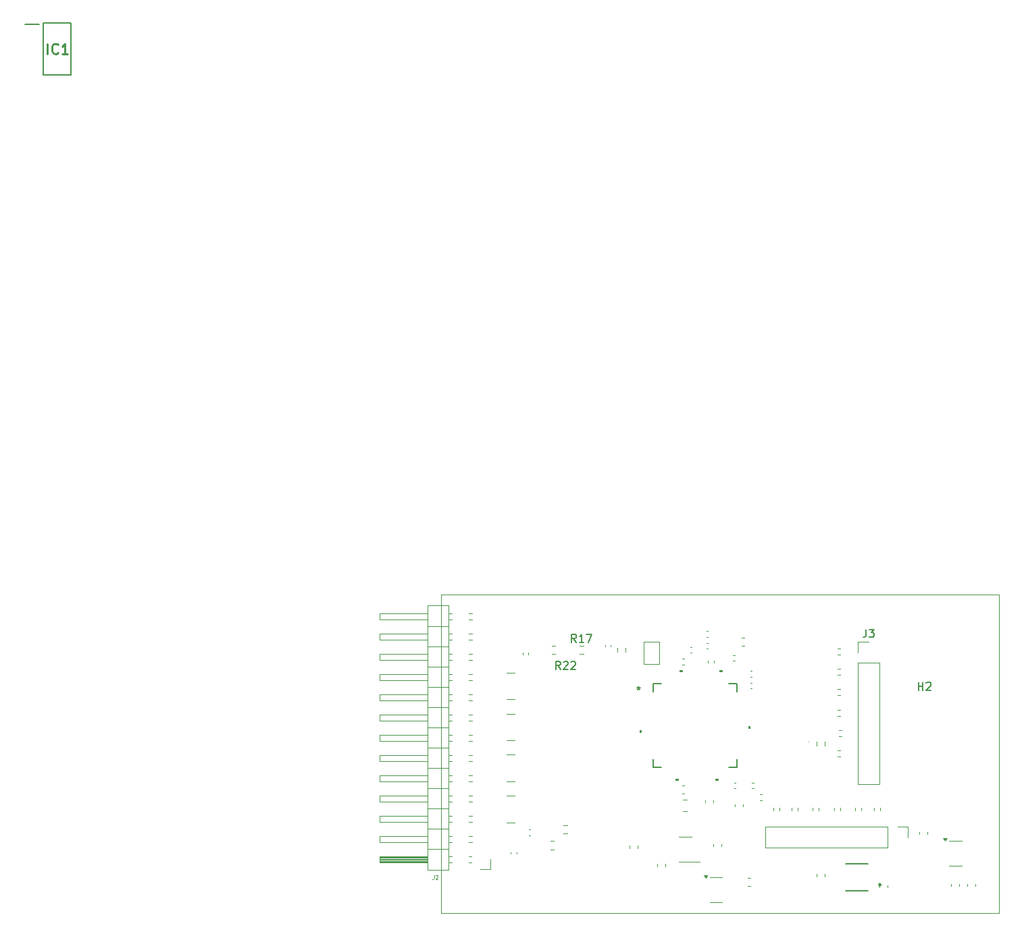
<source format=gbr>
%TF.GenerationSoftware,KiCad,Pcbnew,9.0.2-2.fc42*%
%TF.CreationDate,2025-06-23T11:30:10+02:00*%
%TF.ProjectId,bioamplifier,62696f61-6d70-46c6-9966-6965722e6b69,rev?*%
%TF.SameCoordinates,Original*%
%TF.FileFunction,Legend,Top*%
%TF.FilePolarity,Positive*%
%FSLAX46Y46*%
G04 Gerber Fmt 4.6, Leading zero omitted, Abs format (unit mm)*
G04 Created by KiCad (PCBNEW 9.0.2-2.fc42) date 2025-06-23 11:30:10*
%MOMM*%
%LPD*%
G01*
G04 APERTURE LIST*
%ADD10C,0.150000*%
%ADD11C,0.254000*%
%ADD12C,0.125000*%
%ADD13C,0.250000*%
%ADD14C,0.120000*%
%ADD15C,0.200000*%
%ADD16C,0.152400*%
%ADD17C,0.000000*%
%ADD18C,0.100000*%
%TA.AperFunction,Profile*%
%ADD19C,0.100000*%
%TD*%
G04 APERTURE END LIST*
D10*
X67357142Y-81454819D02*
X67023809Y-80978628D01*
X66785714Y-81454819D02*
X66785714Y-80454819D01*
X66785714Y-80454819D02*
X67166666Y-80454819D01*
X67166666Y-80454819D02*
X67261904Y-80502438D01*
X67261904Y-80502438D02*
X67309523Y-80550057D01*
X67309523Y-80550057D02*
X67357142Y-80645295D01*
X67357142Y-80645295D02*
X67357142Y-80788152D01*
X67357142Y-80788152D02*
X67309523Y-80883390D01*
X67309523Y-80883390D02*
X67261904Y-80931009D01*
X67261904Y-80931009D02*
X67166666Y-80978628D01*
X67166666Y-80978628D02*
X66785714Y-80978628D01*
X67738095Y-80550057D02*
X67785714Y-80502438D01*
X67785714Y-80502438D02*
X67880952Y-80454819D01*
X67880952Y-80454819D02*
X68119047Y-80454819D01*
X68119047Y-80454819D02*
X68214285Y-80502438D01*
X68214285Y-80502438D02*
X68261904Y-80550057D01*
X68261904Y-80550057D02*
X68309523Y-80645295D01*
X68309523Y-80645295D02*
X68309523Y-80740533D01*
X68309523Y-80740533D02*
X68261904Y-80883390D01*
X68261904Y-80883390D02*
X67690476Y-81454819D01*
X67690476Y-81454819D02*
X68309523Y-81454819D01*
X68690476Y-80550057D02*
X68738095Y-80502438D01*
X68738095Y-80502438D02*
X68833333Y-80454819D01*
X68833333Y-80454819D02*
X69071428Y-80454819D01*
X69071428Y-80454819D02*
X69166666Y-80502438D01*
X69166666Y-80502438D02*
X69214285Y-80550057D01*
X69214285Y-80550057D02*
X69261904Y-80645295D01*
X69261904Y-80645295D02*
X69261904Y-80740533D01*
X69261904Y-80740533D02*
X69214285Y-80883390D01*
X69214285Y-80883390D02*
X68642857Y-81454819D01*
X68642857Y-81454819D02*
X69261904Y-81454819D01*
D11*
X3060237Y-4199318D02*
X3060237Y-2929318D01*
X4390714Y-4078365D02*
X4330238Y-4138842D01*
X4330238Y-4138842D02*
X4148809Y-4199318D01*
X4148809Y-4199318D02*
X4027857Y-4199318D01*
X4027857Y-4199318D02*
X3846428Y-4138842D01*
X3846428Y-4138842D02*
X3725476Y-4017889D01*
X3725476Y-4017889D02*
X3664999Y-3896937D01*
X3664999Y-3896937D02*
X3604523Y-3655032D01*
X3604523Y-3655032D02*
X3604523Y-3473603D01*
X3604523Y-3473603D02*
X3664999Y-3231699D01*
X3664999Y-3231699D02*
X3725476Y-3110746D01*
X3725476Y-3110746D02*
X3846428Y-2989794D01*
X3846428Y-2989794D02*
X4027857Y-2929318D01*
X4027857Y-2929318D02*
X4148809Y-2929318D01*
X4148809Y-2929318D02*
X4330238Y-2989794D01*
X4330238Y-2989794D02*
X4390714Y-3050270D01*
X5600238Y-4199318D02*
X4874523Y-4199318D01*
X5237380Y-4199318D02*
X5237380Y-2929318D01*
X5237380Y-2929318D02*
X5116428Y-3110746D01*
X5116428Y-3110746D02*
X4995476Y-3231699D01*
X4995476Y-3231699D02*
X4874523Y-3292175D01*
D10*
X77163400Y-83573819D02*
X77163400Y-83811914D01*
X76925305Y-83716676D02*
X77163400Y-83811914D01*
X77163400Y-83811914D02*
X77401495Y-83716676D01*
X77020543Y-84002390D02*
X77163400Y-83811914D01*
X77163400Y-83811914D02*
X77306257Y-84002390D01*
X77163400Y-83573819D02*
X77163400Y-83811914D01*
X76925305Y-83716676D02*
X77163400Y-83811914D01*
X77163400Y-83811914D02*
X77401495Y-83716676D01*
X77020543Y-84002390D02*
X77163400Y-83811914D01*
X77163400Y-83811914D02*
X77306257Y-84002390D01*
X105666666Y-76424819D02*
X105666666Y-77139104D01*
X105666666Y-77139104D02*
X105619047Y-77281961D01*
X105619047Y-77281961D02*
X105523809Y-77377200D01*
X105523809Y-77377200D02*
X105380952Y-77424819D01*
X105380952Y-77424819D02*
X105285714Y-77424819D01*
X106047619Y-76424819D02*
X106666666Y-76424819D01*
X106666666Y-76424819D02*
X106333333Y-76805771D01*
X106333333Y-76805771D02*
X106476190Y-76805771D01*
X106476190Y-76805771D02*
X106571428Y-76853390D01*
X106571428Y-76853390D02*
X106619047Y-76901009D01*
X106619047Y-76901009D02*
X106666666Y-76996247D01*
X106666666Y-76996247D02*
X106666666Y-77234342D01*
X106666666Y-77234342D02*
X106619047Y-77329580D01*
X106619047Y-77329580D02*
X106571428Y-77377200D01*
X106571428Y-77377200D02*
X106476190Y-77424819D01*
X106476190Y-77424819D02*
X106190476Y-77424819D01*
X106190476Y-77424819D02*
X106095238Y-77377200D01*
X106095238Y-77377200D02*
X106047619Y-77329580D01*
X112238095Y-84054819D02*
X112238095Y-83054819D01*
X112238095Y-83531009D02*
X112809523Y-83531009D01*
X112809523Y-84054819D02*
X112809523Y-83054819D01*
X113238095Y-83150057D02*
X113285714Y-83102438D01*
X113285714Y-83102438D02*
X113380952Y-83054819D01*
X113380952Y-83054819D02*
X113619047Y-83054819D01*
X113619047Y-83054819D02*
X113714285Y-83102438D01*
X113714285Y-83102438D02*
X113761904Y-83150057D01*
X113761904Y-83150057D02*
X113809523Y-83245295D01*
X113809523Y-83245295D02*
X113809523Y-83340533D01*
X113809523Y-83340533D02*
X113761904Y-83483390D01*
X113761904Y-83483390D02*
X113190476Y-84054819D01*
X113190476Y-84054819D02*
X113809523Y-84054819D01*
D12*
X51518333Y-107254809D02*
X51518333Y-107611952D01*
X51518333Y-107611952D02*
X51494524Y-107683380D01*
X51494524Y-107683380D02*
X51446905Y-107731000D01*
X51446905Y-107731000D02*
X51375476Y-107754809D01*
X51375476Y-107754809D02*
X51327857Y-107754809D01*
X51732619Y-107302428D02*
X51756428Y-107278619D01*
X51756428Y-107278619D02*
X51804047Y-107254809D01*
X51804047Y-107254809D02*
X51923095Y-107254809D01*
X51923095Y-107254809D02*
X51970714Y-107278619D01*
X51970714Y-107278619D02*
X51994523Y-107302428D01*
X51994523Y-107302428D02*
X52018333Y-107350047D01*
X52018333Y-107350047D02*
X52018333Y-107397666D01*
X52018333Y-107397666D02*
X51994523Y-107469095D01*
X51994523Y-107469095D02*
X51708809Y-107754809D01*
X51708809Y-107754809D02*
X52018333Y-107754809D01*
D10*
X69357142Y-78024819D02*
X69023809Y-77548628D01*
X68785714Y-78024819D02*
X68785714Y-77024819D01*
X68785714Y-77024819D02*
X69166666Y-77024819D01*
X69166666Y-77024819D02*
X69261904Y-77072438D01*
X69261904Y-77072438D02*
X69309523Y-77120057D01*
X69309523Y-77120057D02*
X69357142Y-77215295D01*
X69357142Y-77215295D02*
X69357142Y-77358152D01*
X69357142Y-77358152D02*
X69309523Y-77453390D01*
X69309523Y-77453390D02*
X69261904Y-77501009D01*
X69261904Y-77501009D02*
X69166666Y-77548628D01*
X69166666Y-77548628D02*
X68785714Y-77548628D01*
X70309523Y-78024819D02*
X69738095Y-78024819D01*
X70023809Y-78024819D02*
X70023809Y-77024819D01*
X70023809Y-77024819D02*
X69928571Y-77167676D01*
X69928571Y-77167676D02*
X69833333Y-77262914D01*
X69833333Y-77262914D02*
X69738095Y-77310533D01*
X70642857Y-77024819D02*
X71309523Y-77024819D01*
X71309523Y-77024819D02*
X70880952Y-78024819D01*
%TO.C,U8*%
X105900000Y-105800001D02*
X103100000Y-105800001D01*
X105900000Y-109199999D02*
X103100000Y-109199999D01*
D13*
X107528102Y-108474999D02*
G75*
G02*
X107278100Y-108474999I-125001J0D01*
G01*
X107278100Y-108474999D02*
G75*
G02*
X107528102Y-108474999I125001J0D01*
G01*
D14*
%TO.C,R14*%
X94080000Y-98846359D02*
X94080000Y-99153641D01*
X94840000Y-98846359D02*
X94840000Y-99153641D01*
%TO.C,RN4*%
X60600000Y-81843435D02*
X61600000Y-81843435D01*
X60600000Y-85203435D02*
X61600000Y-85203435D01*
%TO.C,R22*%
X66262742Y-78477500D02*
X66737258Y-78477500D01*
X66262742Y-79522500D02*
X66737258Y-79522500D01*
%TO.C,R10*%
X104330000Y-98846359D02*
X104330000Y-99153641D01*
X105090000Y-98846359D02*
X105090000Y-99153641D01*
%TO.C,C5*%
X89240000Y-98359420D02*
X89240000Y-98640580D01*
X90260000Y-98359420D02*
X90260000Y-98640580D01*
%TO.C,C4*%
X89357836Y-95640000D02*
X89142164Y-95640000D01*
X89357836Y-96360000D02*
X89142164Y-96360000D01*
%TO.C,R7*%
X102269224Y-89042865D02*
X102576506Y-89042865D01*
X102269224Y-89802865D02*
X102576506Y-89802865D01*
%TO.C,R8*%
X102096359Y-91620000D02*
X102403641Y-91620000D01*
X102096359Y-92380000D02*
X102403641Y-92380000D01*
%TO.C,C23*%
X85890000Y-80392164D02*
X85890000Y-80607836D01*
X86610000Y-80392164D02*
X86610000Y-80607836D01*
%TO.C,C25*%
X107339517Y-108534421D02*
X107339517Y-108815581D01*
X108359517Y-108534421D02*
X108359517Y-108815581D01*
%TO.C,C21*%
X91607836Y-95640000D02*
X91392164Y-95640000D01*
X91607836Y-96360000D02*
X91392164Y-96360000D01*
%TO.C,C20*%
X91142164Y-81640000D02*
X91357836Y-81640000D01*
X91142164Y-82360000D02*
X91357836Y-82360000D01*
%TO.C,U7*%
X83000000Y-102440000D02*
X82200000Y-102440000D01*
X83000000Y-102440000D02*
X83800000Y-102440000D01*
X83000000Y-105560000D02*
X82200000Y-105560000D01*
X83000000Y-105560000D02*
X84800000Y-105560000D01*
%TO.C,RN1*%
X60600000Y-97320000D02*
X61600000Y-97320000D01*
X60600000Y-100680000D02*
X61600000Y-100680000D01*
%TO.C,C1*%
X92392164Y-97140000D02*
X92607836Y-97140000D01*
X92392164Y-97860000D02*
X92607836Y-97860000D01*
D15*
%TO.C,IC1*%
X275000Y-500000D02*
X2025000Y-500000D01*
X2550000Y-375000D02*
X6050000Y-375000D01*
X2550000Y-6875000D02*
X2550000Y-375000D01*
X6050000Y-375000D02*
X6050000Y-6875000D01*
X6050000Y-6875000D02*
X2550000Y-6875000D01*
D14*
%TO.C,U6*%
X116862500Y-102940000D02*
X116062500Y-102940000D01*
X116862500Y-102940000D02*
X117662500Y-102940000D01*
X116862500Y-106060000D02*
X116062500Y-106060000D01*
X116862500Y-106060000D02*
X117662500Y-106060000D01*
X115562500Y-102990000D02*
X115322500Y-102660000D01*
X115802500Y-102660000D01*
X115562500Y-102990000D01*
G36*
X115562500Y-102990000D02*
G01*
X115322500Y-102660000D01*
X115802500Y-102660000D01*
X115562500Y-102990000D01*
G37*
%TO.C,R11*%
X101663332Y-98846359D02*
X101663332Y-99153641D01*
X102423332Y-98846359D02*
X102423332Y-99153641D01*
%TO.C,R2*%
X66107742Y-102977500D02*
X66582258Y-102977500D01*
X66107742Y-104022500D02*
X66582258Y-104022500D01*
%TO.C,C37*%
X61140000Y-104392164D02*
X61140000Y-104607836D01*
X61860000Y-104392164D02*
X61860000Y-104607836D01*
%TO.C,C39*%
X62640000Y-79587836D02*
X62640000Y-79372164D01*
X63360000Y-79587836D02*
X63360000Y-79372164D01*
%TO.C,C38*%
X63607836Y-101558850D02*
X63392164Y-101558850D01*
X63607836Y-102278850D02*
X63392164Y-102278850D01*
%TO.C,JP2*%
X77785140Y-77950000D02*
X79785140Y-77950000D01*
X77785140Y-80750000D02*
X77785140Y-77950000D01*
X79785140Y-77950000D02*
X79785140Y-80750000D01*
X79785140Y-80750000D02*
X77785140Y-80750000D01*
%TO.C,C9*%
X83261252Y-97765000D02*
X82738748Y-97765000D01*
X83261252Y-99235000D02*
X82738748Y-99235000D01*
%TO.C,C44*%
X75990000Y-103584420D02*
X75990000Y-103865580D01*
X77010000Y-103584420D02*
X77010000Y-103865580D01*
%TO.C,C42*%
X86490000Y-103640580D02*
X86490000Y-103359420D01*
X87510000Y-103640580D02*
X87510000Y-103359420D01*
%TO.C,C41*%
X116352500Y-108359420D02*
X116352500Y-108640580D01*
X117372500Y-108359420D02*
X117372500Y-108640580D01*
%TO.C,R13*%
X96330000Y-98846359D02*
X96330000Y-99153641D01*
X97090000Y-98846359D02*
X97090000Y-99153641D01*
%TO.C,R9*%
X106694443Y-98846359D02*
X106694443Y-99153641D01*
X107454443Y-98846359D02*
X107454443Y-99153641D01*
D16*
%TO.C,U1*%
X79017600Y-83267600D02*
X79017600Y-84277560D01*
X79017600Y-92722440D02*
X79017600Y-93732400D01*
X79017600Y-93732400D02*
X80027560Y-93732400D01*
X80027560Y-83267600D02*
X79017600Y-83267600D01*
X88472440Y-93732400D02*
X89482400Y-93732400D01*
X89482400Y-83267600D02*
X88472440Y-83267600D01*
X89482400Y-84277560D02*
X89482400Y-83267600D01*
X89482400Y-93732400D02*
X89482400Y-92722440D01*
D17*
G36*
X77544400Y-89440501D02*
G01*
X77290400Y-89440501D01*
X77290400Y-89059501D01*
X77544400Y-89059501D01*
X77544400Y-89440501D01*
G37*
G36*
X82190499Y-95459600D02*
G01*
X81809499Y-95459600D01*
X81809499Y-95205600D01*
X82190499Y-95205600D01*
X82190499Y-95459600D01*
G37*
G36*
X82690501Y-81794400D02*
G01*
X82309501Y-81794400D01*
X82309501Y-81540400D01*
X82690501Y-81540400D01*
X82690501Y-81794400D01*
G37*
G36*
X87190500Y-95459600D02*
G01*
X86809500Y-95459600D01*
X86809500Y-95205600D01*
X87190500Y-95205600D01*
X87190500Y-95459600D01*
G37*
G36*
X87690501Y-81794400D02*
G01*
X87309501Y-81794400D01*
X87309501Y-81540400D01*
X87690501Y-81540400D01*
X87690501Y-81794400D01*
G37*
G36*
X91209600Y-88940500D02*
G01*
X90955600Y-88940500D01*
X90955600Y-88559499D01*
X91209600Y-88559499D01*
X91209600Y-88940500D01*
G37*
D14*
%TO.C,C7*%
X85642164Y-76640000D02*
X85857836Y-76640000D01*
X85642164Y-77360000D02*
X85857836Y-77360000D01*
D18*
%TO.C,D1*%
X98550000Y-90590000D02*
G75*
G02*
X98450000Y-90590000I-50000J0D01*
G01*
X98450000Y-90590000D02*
G75*
G02*
X98550000Y-90590000I50000J0D01*
G01*
D14*
%TO.C,R20*%
X67762742Y-100977500D02*
X68237258Y-100977500D01*
X67762742Y-102022500D02*
X68237258Y-102022500D01*
%TO.C,R18*%
X74477500Y-79237258D02*
X74477500Y-78762742D01*
X75522500Y-79237258D02*
X75522500Y-78762742D01*
%TO.C,C19*%
X91142164Y-83140000D02*
X91357836Y-83140000D01*
X91142164Y-83860000D02*
X91357836Y-83860000D01*
%TO.C,C22*%
X82662164Y-80140000D02*
X82877836Y-80140000D01*
X82662164Y-80860000D02*
X82877836Y-80860000D01*
%TO.C,R3*%
X102096359Y-78870000D02*
X102403641Y-78870000D01*
X102096359Y-79630000D02*
X102403641Y-79630000D01*
%TO.C,R1*%
X99477500Y-90512742D02*
X99477500Y-90987258D01*
X100522500Y-90512742D02*
X100522500Y-90987258D01*
%TO.C,J3*%
X104670000Y-77970000D02*
X106000000Y-77970000D01*
X104670000Y-79300000D02*
X104670000Y-77970000D01*
X104670000Y-80570000D02*
X104670000Y-95870000D01*
X104670000Y-80570000D02*
X107330000Y-80570000D01*
X104670000Y-95870000D02*
X107330000Y-95870000D01*
X107330000Y-80570000D02*
X107330000Y-95870000D01*
%TO.C,R5*%
X102096359Y-83870000D02*
X102403641Y-83870000D01*
X102096359Y-84630000D02*
X102403641Y-84630000D01*
%TO.C,C30*%
X72945000Y-78372164D02*
X72945000Y-78587836D01*
X73665000Y-78372164D02*
X73665000Y-78587836D01*
%TO.C,C3*%
X90109420Y-77490000D02*
X90390580Y-77490000D01*
X90109420Y-78510000D02*
X90390580Y-78510000D01*
%TO.C,C46*%
X90859420Y-107577500D02*
X91140580Y-107577500D01*
X90859420Y-108597500D02*
X91140580Y-108597500D01*
%TO.C,C6*%
X85642164Y-78140000D02*
X85857836Y-78140000D01*
X85642164Y-78860000D02*
X85857836Y-78860000D01*
%TO.C,C43*%
X79490000Y-105859420D02*
X79490000Y-106140580D01*
X80510000Y-105859420D02*
X80510000Y-106140580D01*
%TO.C,J2*%
X44700000Y-74400000D02*
X50700000Y-74400000D01*
X44700000Y-75160000D02*
X44700000Y-74400000D01*
X44700000Y-76940000D02*
X50700000Y-76940000D01*
X44700000Y-77700000D02*
X44700000Y-76940000D01*
X44700000Y-79480000D02*
X50700000Y-79480000D01*
X44700000Y-80240000D02*
X44700000Y-79480000D01*
X44700000Y-82020000D02*
X50700000Y-82020000D01*
X44700000Y-82780000D02*
X44700000Y-82020000D01*
X44700000Y-84560000D02*
X50700000Y-84560000D01*
X44700000Y-85320000D02*
X44700000Y-84560000D01*
X44700000Y-87100000D02*
X50700000Y-87100000D01*
X44700000Y-87860000D02*
X44700000Y-87100000D01*
X44700000Y-89640000D02*
X50700000Y-89640000D01*
X44700000Y-90400000D02*
X44700000Y-89640000D01*
X44700000Y-92180000D02*
X50700000Y-92180000D01*
X44700000Y-92940000D02*
X44700000Y-92180000D01*
X44700000Y-94720000D02*
X50700000Y-94720000D01*
X44700000Y-95480000D02*
X44700000Y-94720000D01*
X44700000Y-97260000D02*
X50700000Y-97260000D01*
X44700000Y-98020000D02*
X44700000Y-97260000D01*
X44700000Y-99800000D02*
X50700000Y-99800000D01*
X44700000Y-100560000D02*
X44700000Y-99800000D01*
X44700000Y-102340000D02*
X50700000Y-102340000D01*
X44700000Y-103100000D02*
X44700000Y-102340000D01*
X44700000Y-104880000D02*
X50700000Y-104880000D01*
X44700000Y-105640000D02*
X44700000Y-104880000D01*
X50700000Y-73450000D02*
X50700000Y-106590000D01*
X50700000Y-75160000D02*
X44700000Y-75160000D01*
X50700000Y-77700000D02*
X44700000Y-77700000D01*
X50700000Y-80240000D02*
X44700000Y-80240000D01*
X50700000Y-82780000D02*
X44700000Y-82780000D01*
X50700000Y-85320000D02*
X44700000Y-85320000D01*
X50700000Y-87860000D02*
X44700000Y-87860000D01*
X50700000Y-90400000D02*
X44700000Y-90400000D01*
X50700000Y-92940000D02*
X44700000Y-92940000D01*
X50700000Y-95480000D02*
X44700000Y-95480000D01*
X50700000Y-98020000D02*
X44700000Y-98020000D01*
X50700000Y-100560000D02*
X44700000Y-100560000D01*
X50700000Y-103100000D02*
X44700000Y-103100000D01*
X50700000Y-104980000D02*
X44700000Y-104980000D01*
X50700000Y-105100000D02*
X44700000Y-105100000D01*
X50700000Y-105220000D02*
X44700000Y-105220000D01*
X50700000Y-105340000D02*
X44700000Y-105340000D01*
X50700000Y-105460000D02*
X44700000Y-105460000D01*
X50700000Y-105580000D02*
X44700000Y-105580000D01*
X50700000Y-105640000D02*
X44700000Y-105640000D01*
X50700000Y-106590000D02*
X53360000Y-106590000D01*
X53360000Y-73450000D02*
X50700000Y-73450000D01*
X53360000Y-76050000D02*
X50700000Y-76050000D01*
X53360000Y-78590000D02*
X50700000Y-78590000D01*
X53360000Y-81130000D02*
X50700000Y-81130000D01*
X53360000Y-83670000D02*
X50700000Y-83670000D01*
X53360000Y-86210000D02*
X50700000Y-86210000D01*
X53360000Y-88750000D02*
X50700000Y-88750000D01*
X53360000Y-91290000D02*
X50700000Y-91290000D01*
X53360000Y-93830000D02*
X50700000Y-93830000D01*
X53360000Y-96370000D02*
X50700000Y-96370000D01*
X53360000Y-98910000D02*
X50700000Y-98910000D01*
X53360000Y-101450000D02*
X50700000Y-101450000D01*
X53360000Y-103990000D02*
X50700000Y-103990000D01*
X53360000Y-106590000D02*
X53360000Y-73450000D01*
X53757071Y-74400000D02*
X53360000Y-74400000D01*
X53757071Y-75160000D02*
X53360000Y-75160000D01*
X53757071Y-76940000D02*
X53360000Y-76940000D01*
X53757071Y-77700000D02*
X53360000Y-77700000D01*
X53757071Y-79480000D02*
X53360000Y-79480000D01*
X53757071Y-80240000D02*
X53360000Y-80240000D01*
X53757071Y-82020000D02*
X53360000Y-82020000D01*
X53757071Y-82780000D02*
X53360000Y-82780000D01*
X53757071Y-84560000D02*
X53360000Y-84560000D01*
X53757071Y-85320000D02*
X53360000Y-85320000D01*
X53757071Y-87100000D02*
X53360000Y-87100000D01*
X53757071Y-87860000D02*
X53360000Y-87860000D01*
X53757071Y-89640000D02*
X53360000Y-89640000D01*
X53757071Y-90400000D02*
X53360000Y-90400000D01*
X53757071Y-92180000D02*
X53360000Y-92180000D01*
X53757071Y-92940000D02*
X53360000Y-92940000D01*
X53757071Y-94720000D02*
X53360000Y-94720000D01*
X53757071Y-95480000D02*
X53360000Y-95480000D01*
X53757071Y-97260000D02*
X53360000Y-97260000D01*
X53757071Y-98020000D02*
X53360000Y-98020000D01*
X53757071Y-99800000D02*
X53360000Y-99800000D01*
X53757071Y-100560000D02*
X53360000Y-100560000D01*
X53757071Y-102340000D02*
X53360000Y-102340000D01*
X53757071Y-103100000D02*
X53360000Y-103100000D01*
X53757071Y-104880000D02*
X53360000Y-104880000D01*
X53757071Y-105640000D02*
X53360000Y-105640000D01*
X56230000Y-104880000D02*
X55842929Y-104880000D01*
X56230000Y-105640000D02*
X55842929Y-105640000D01*
X56297071Y-74400000D02*
X55842929Y-74400000D01*
X56297071Y-75160000D02*
X55842929Y-75160000D01*
X56297071Y-76940000D02*
X55842929Y-76940000D01*
X56297071Y-77700000D02*
X55842929Y-77700000D01*
X56297071Y-79480000D02*
X55842929Y-79480000D01*
X56297071Y-80240000D02*
X55842929Y-80240000D01*
X56297071Y-82020000D02*
X55842929Y-82020000D01*
X56297071Y-82780000D02*
X55842929Y-82780000D01*
X56297071Y-84560000D02*
X55842929Y-84560000D01*
X56297071Y-85320000D02*
X55842929Y-85320000D01*
X56297071Y-87100000D02*
X55842929Y-87100000D01*
X56297071Y-87860000D02*
X55842929Y-87860000D01*
X56297071Y-89640000D02*
X55842929Y-89640000D01*
X56297071Y-90400000D02*
X55842929Y-90400000D01*
X56297071Y-92180000D02*
X55842929Y-92180000D01*
X56297071Y-92940000D02*
X55842929Y-92940000D01*
X56297071Y-94720000D02*
X55842929Y-94720000D01*
X56297071Y-95480000D02*
X55842929Y-95480000D01*
X56297071Y-97260000D02*
X55842929Y-97260000D01*
X56297071Y-98020000D02*
X55842929Y-98020000D01*
X56297071Y-99800000D02*
X55842929Y-99800000D01*
X56297071Y-100560000D02*
X55842929Y-100560000D01*
X56297071Y-102340000D02*
X55842929Y-102340000D01*
X56297071Y-103100000D02*
X55842929Y-103100000D01*
X58610000Y-105260000D02*
X58610000Y-106530000D01*
X58610000Y-106530000D02*
X57340000Y-106530000D01*
%TO.C,C27*%
X112352500Y-101859420D02*
X112352500Y-102140580D01*
X113372500Y-101859420D02*
X113372500Y-102140580D01*
%TO.C,R17*%
X69762742Y-78477500D02*
X70237258Y-78477500D01*
X69762742Y-79522500D02*
X70237258Y-79522500D01*
%TO.C,C2*%
X88987164Y-79640000D02*
X89202836Y-79640000D01*
X88987164Y-80360000D02*
X89202836Y-80360000D01*
%TO.C,U11*%
X86862500Y-107527500D02*
X86062500Y-107527500D01*
X86862500Y-107527500D02*
X87662500Y-107527500D01*
X86862500Y-110647500D02*
X86062500Y-110647500D01*
X86862500Y-110647500D02*
X87662500Y-110647500D01*
X85562500Y-107577500D02*
X85322500Y-107247500D01*
X85802500Y-107247500D01*
X85562500Y-107577500D01*
G36*
X85562500Y-107577500D02*
G01*
X85322500Y-107247500D01*
X85802500Y-107247500D01*
X85562500Y-107577500D01*
G37*
%TO.C,C29*%
X118352500Y-108359420D02*
X118352500Y-108640580D01*
X119372500Y-108359420D02*
X119372500Y-108640580D01*
%TO.C,R12*%
X98996666Y-98846359D02*
X98996666Y-99153641D01*
X99756666Y-98846359D02*
X99756666Y-99153641D01*
%TO.C,C24*%
X83622164Y-78640000D02*
X83837836Y-78640000D01*
X83622164Y-79360000D02*
X83837836Y-79360000D01*
%TO.C,RN3*%
X60600000Y-92161145D02*
X61600000Y-92161145D01*
X60600000Y-95521145D02*
X61600000Y-95521145D01*
%TO.C,C10*%
X82890580Y-95990000D02*
X82609420Y-95990000D01*
X82890580Y-97010000D02*
X82609420Y-97010000D01*
%TO.C,R6*%
X102123185Y-86524542D02*
X102430467Y-86524542D01*
X102123185Y-87284542D02*
X102430467Y-87284542D01*
%TO.C,C40*%
X99490000Y-107415580D02*
X99490000Y-107134420D01*
X100510000Y-107415580D02*
X100510000Y-107134420D01*
%TO.C,C8*%
X85490000Y-97859420D02*
X85490000Y-98140580D01*
X86510000Y-97859420D02*
X86510000Y-98140580D01*
%TO.C,R4*%
X102106359Y-81370000D02*
X102413641Y-81370000D01*
X102106359Y-82130000D02*
X102413641Y-82130000D01*
%TO.C,RN2*%
X60600000Y-87002290D02*
X61600000Y-87002290D01*
X60600000Y-90362290D02*
X61600000Y-90362290D01*
%TO.C,J1*%
X93050000Y-101170000D02*
X93050000Y-103830000D01*
X108350000Y-101170000D02*
X93050000Y-101170000D01*
X108350000Y-101170000D02*
X108350000Y-103830000D01*
X108350000Y-103830000D02*
X93050000Y-103830000D01*
X109620000Y-101170000D02*
X110950000Y-101170000D01*
X110950000Y-101170000D02*
X110950000Y-102500000D01*
%TD*%
D19*
X52375000Y-72050000D02*
X122375000Y-72050000D01*
X122375000Y-112050000D01*
X52375000Y-112050000D01*
X52375000Y-72050000D01*
M02*

</source>
